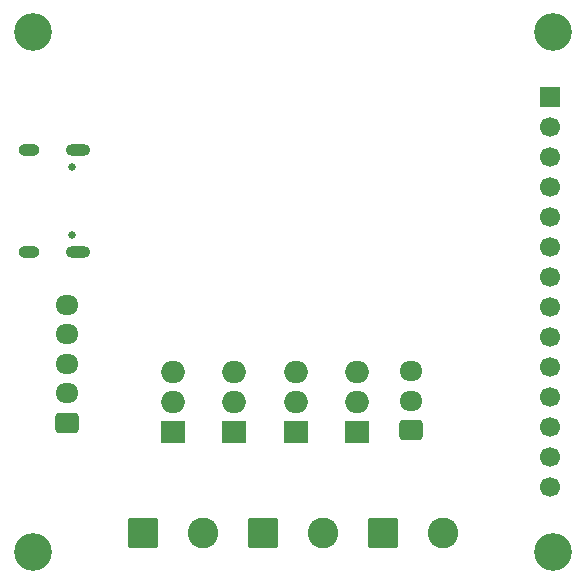
<source format=gbr>
%TF.GenerationSoftware,KiCad,Pcbnew,9.0.1*%
%TF.CreationDate,2025-05-27T02:43:24+02:00*%
%TF.ProjectId,LEDController,4c454443-6f6e-4747-926f-6c6c65722e6b,1*%
%TF.SameCoordinates,Original*%
%TF.FileFunction,Soldermask,Bot*%
%TF.FilePolarity,Negative*%
%FSLAX46Y46*%
G04 Gerber Fmt 4.6, Leading zero omitted, Abs format (unit mm)*
G04 Created by KiCad (PCBNEW 9.0.1) date 2025-05-27 02:43:24*
%MOMM*%
%LPD*%
G01*
G04 APERTURE LIST*
G04 Aperture macros list*
%AMRoundRect*
0 Rectangle with rounded corners*
0 $1 Rounding radius*
0 $2 $3 $4 $5 $6 $7 $8 $9 X,Y pos of 4 corners*
0 Add a 4 corners polygon primitive as box body*
4,1,4,$2,$3,$4,$5,$6,$7,$8,$9,$2,$3,0*
0 Add four circle primitives for the rounded corners*
1,1,$1+$1,$2,$3*
1,1,$1+$1,$4,$5*
1,1,$1+$1,$6,$7*
1,1,$1+$1,$8,$9*
0 Add four rect primitives between the rounded corners*
20,1,$1+$1,$2,$3,$4,$5,0*
20,1,$1+$1,$4,$5,$6,$7,0*
20,1,$1+$1,$6,$7,$8,$9,0*
20,1,$1+$1,$8,$9,$2,$3,0*%
G04 Aperture macros list end*
%ADD10C,3.200000*%
%ADD11R,1.700000X1.700000*%
%ADD12C,1.700000*%
%ADD13R,2.000000X1.905000*%
%ADD14O,2.000000X1.905000*%
%ADD15RoundRect,0.250000X0.725000X-0.600000X0.725000X0.600000X-0.725000X0.600000X-0.725000X-0.600000X0*%
%ADD16O,1.950000X1.700000*%
%ADD17RoundRect,0.250000X-1.050000X-1.050000X1.050000X-1.050000X1.050000X1.050000X-1.050000X1.050000X0*%
%ADD18C,2.600000*%
%ADD19C,0.650000*%
%ADD20O,2.100000X1.000000*%
%ADD21O,1.800000X1.000000*%
G04 APERTURE END LIST*
D10*
%TO.C,H2*%
X132000000Y-52000000D03*
%TD*%
D11*
%TO.C,J9*%
X131750000Y-57490000D03*
D12*
X131750000Y-60030000D03*
X131750000Y-62570000D03*
X131750000Y-65110000D03*
X131750000Y-67650000D03*
X131750000Y-70190000D03*
X131750000Y-72730000D03*
X131750000Y-75270000D03*
X131750000Y-77810000D03*
X131750000Y-80350000D03*
X131750000Y-82890000D03*
X131750000Y-85430000D03*
X131750000Y-87970000D03*
X131750000Y-90510000D03*
%TD*%
D13*
%TO.C,Q4*%
X115443000Y-85852000D03*
D14*
X115443000Y-83312000D03*
X115443000Y-80772000D03*
%TD*%
D10*
%TO.C,H4*%
X88000000Y-96000000D03*
%TD*%
D15*
%TO.C,J1*%
X90915000Y-85050000D03*
D16*
X90915000Y-82550000D03*
X90915000Y-80050000D03*
X90915000Y-77550000D03*
X90915000Y-75050000D03*
%TD*%
D17*
%TO.C,J3*%
X107455000Y-94406500D03*
D18*
X112535000Y-94406500D03*
%TD*%
D13*
%TO.C,Q3*%
X110242000Y-85852000D03*
D14*
X110242000Y-83312000D03*
X110242000Y-80772000D03*
%TD*%
D17*
%TO.C,J2*%
X97295000Y-94406500D03*
D18*
X102375000Y-94406500D03*
%TD*%
D15*
%TO.C,J6*%
X119998000Y-85685000D03*
D16*
X119998000Y-83185000D03*
X119998000Y-80685000D03*
%TD*%
D13*
%TO.C,Q2*%
X105041000Y-85852000D03*
D14*
X105041000Y-83312000D03*
X105041000Y-80772000D03*
%TD*%
D10*
%TO.C,H1*%
X88000000Y-52000000D03*
%TD*%
D13*
%TO.C,Q1*%
X99840000Y-85830000D03*
D14*
X99840000Y-83290000D03*
X99840000Y-80750000D03*
%TD*%
D19*
%TO.C,J5*%
X91350000Y-63404000D03*
X91350000Y-69184000D03*
D20*
X91850000Y-61974000D03*
D21*
X87670000Y-61974000D03*
D20*
X91850000Y-70614000D03*
D21*
X87670000Y-70614000D03*
%TD*%
D10*
%TO.C,H3*%
X132000000Y-96000000D03*
%TD*%
D17*
%TO.C,J4*%
X117615000Y-94406500D03*
D18*
X122695000Y-94406500D03*
%TD*%
M02*

</source>
